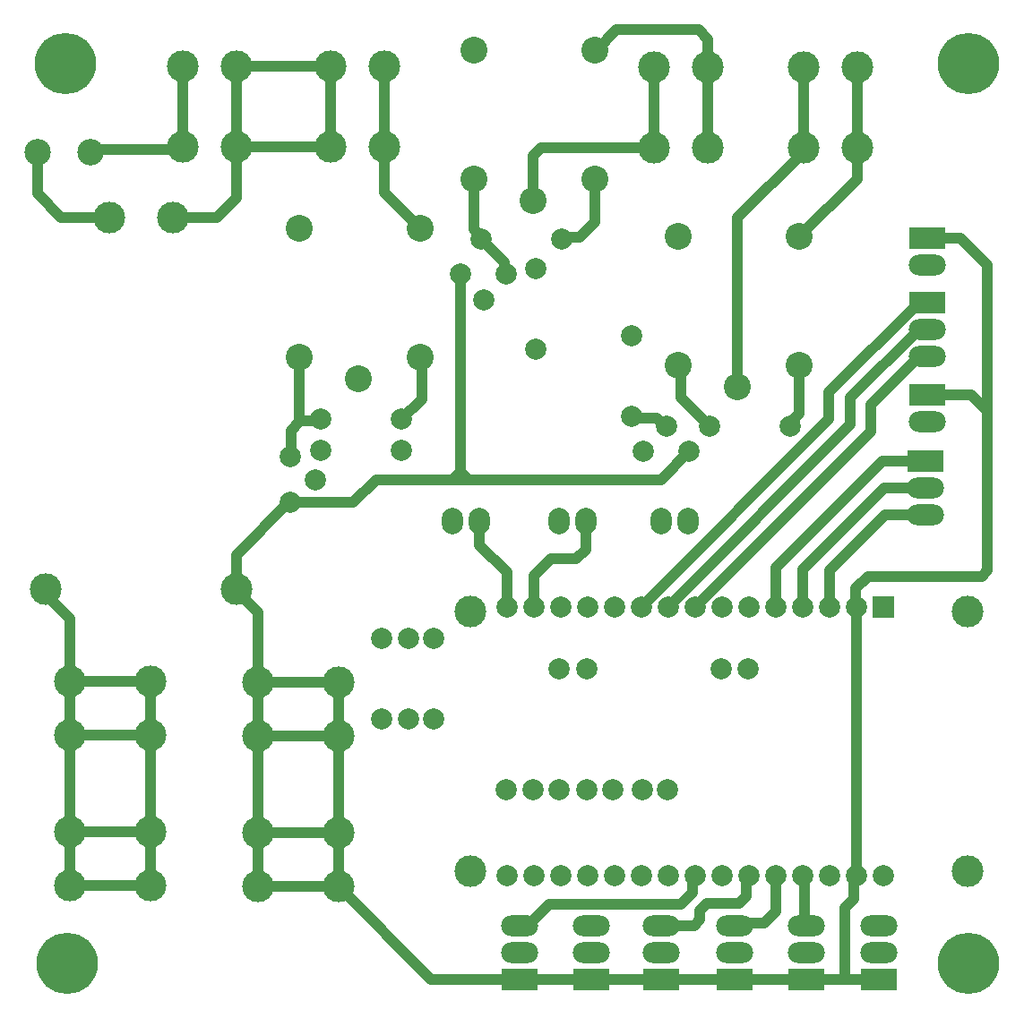
<source format=gbl>
G04*
G04 #@! TF.GenerationSoftware,Altium Limited,Altium Designer,20.0.13 (296)*
G04*
G04 Layer_Physical_Order=2*
G04 Layer_Color=16711680*
%FSLAX25Y25*%
%MOIN*%
G70*
G01*
G75*
%ADD30C,0.03937*%
%ADD31C,0.09843*%
%ADD32C,0.07874*%
%ADD33C,0.11811*%
%ADD34O,0.07874X0.09843*%
%ADD35R,0.07874X0.07874*%
%ADD36C,0.10000*%
%ADD37R,0.13780X0.07874*%
%ADD38O,0.13780X0.07874*%
%ADD39C,0.22835*%
%ADD40C,0.03937*%
D30*
X220747Y324747D02*
X221500Y325500D01*
X213681Y324747D02*
X220747D01*
X213500Y324565D02*
X213681Y324747D01*
X210000Y311500D02*
X210277Y311777D01*
Y321342D01*
X213500Y324565D01*
X189959Y262134D02*
Y275000D01*
X209459Y294500D02*
X210000D01*
X189959Y275000D02*
X209459Y294500D01*
X210000D02*
X233500D01*
X242000Y303000D01*
X270500D01*
X320000Y277000D02*
Y287500D01*
X316500Y273500D02*
X320000Y277000D01*
X307000Y273500D02*
X316500D01*
X300583Y267083D02*
X307000Y273500D01*
X300583Y255500D02*
Y267083D01*
X290583Y255500D02*
Y268417D01*
X280500Y278500D02*
X290583Y268417D01*
X280500Y278500D02*
Y287500D01*
X469500Y328500D02*
Y383000D01*
Y269306D02*
Y328500D01*
X447000Y334500D02*
X463500D01*
X469500Y328500D01*
X447000Y393000D02*
X459500D01*
X469500Y383000D01*
X399500Y327565D02*
Y345500D01*
X396000Y324065D02*
X399500Y327565D01*
X396000Y323000D02*
Y324065D01*
X354500Y345500D02*
X355471Y344529D01*
Y333529D02*
Y344529D01*
Y333529D02*
X366000Y323000D01*
X337000Y326500D02*
X337753Y325747D01*
X346188D01*
X348935Y323000D01*
X350000D01*
X276500Y303000D02*
X348000D01*
X270500D02*
X276500D01*
X273500Y306000D02*
X276500Y303000D01*
X273500Y306000D02*
Y379500D01*
X270500Y303000D02*
X273500Y306000D01*
X348000Y303000D02*
X358500Y313500D01*
X281000Y392500D02*
X289747Y383753D01*
Y380253D02*
Y383753D01*
Y380253D02*
X290500Y379500D01*
X311000Y392500D02*
X311753Y393253D01*
X317753D01*
X323500Y399000D01*
Y415000D01*
X278500Y396065D02*
Y415000D01*
Y396065D02*
X281000Y393565D01*
Y392500D02*
Y393565D01*
X350583Y255500D02*
Y255583D01*
X418500Y323500D01*
Y333453D01*
X444047Y369000D02*
X447000D01*
X410500Y335453D02*
X444047Y369000D01*
X410500Y325417D02*
Y335453D01*
X340583Y255500D02*
X410500Y325417D01*
X418500Y333453D02*
X444047Y359000D01*
X425937Y330890D02*
X444047Y349000D01*
X360583Y255500D02*
X425937Y320854D01*
Y330890D01*
X444047Y359000D02*
X447000D01*
X444047Y349000D02*
X447000D01*
X390583Y255500D02*
Y270083D01*
X430500Y310000D01*
X446500D01*
X400583Y255500D02*
Y269583D01*
X431000Y300000D01*
X446500D01*
X410583Y269083D02*
X431500Y290000D01*
X410583Y255500D02*
Y269083D01*
X431500Y290000D02*
X446500D01*
X228000Y171500D02*
Y207500D01*
X420583Y155500D02*
Y255500D01*
X198000Y171500D02*
X228000D01*
X420500Y255583D02*
Y262500D01*
X425000Y267000D01*
X198000Y227500D02*
X228000D01*
X420500Y255583D02*
X420583Y255500D01*
X425000Y267000D02*
X467194D01*
X469500Y269306D01*
X359829Y154747D02*
X360583Y155500D01*
X359829Y149329D02*
Y154747D01*
X355500Y145000D02*
X359829Y149329D01*
X306453Y145000D02*
X355500D01*
X295500Y137000D02*
X298453D01*
X306453Y145000D01*
X362500Y139250D02*
Y142500D01*
X348000Y137000D02*
X360250D01*
X362500Y139250D01*
Y142500D02*
X365165Y145165D01*
X377165D01*
X379829Y147829D01*
Y154747D02*
X380583Y155500D01*
X379829Y147829D02*
Y154747D01*
X390583Y142083D02*
Y155500D01*
X386253Y137753D02*
X390583Y142083D01*
X375500Y137000D02*
X376253Y137753D01*
X386253D01*
X400583Y155500D02*
X401291Y154791D01*
Y137709D02*
Y154791D01*
Y137709D02*
X402000Y137000D01*
X416500Y117000D02*
X429000D01*
X402000D02*
X416500D01*
Y143500D02*
X419829Y146829D01*
X416500Y117000D02*
Y143500D01*
X419829Y154747D02*
X420583Y155500D01*
X419829Y146829D02*
Y154747D01*
X375500Y117000D02*
X402000D01*
X348000D02*
X375500D01*
X322000D02*
X348000D01*
X295500D02*
X322000D01*
X262500D02*
X295500D01*
X228000Y151500D02*
X262500Y117000D01*
X128000Y152000D02*
X158000D01*
X128000Y172000D02*
X158000D01*
X128000Y208000D02*
X158000D01*
X128000Y228000D02*
X158000D01*
Y208000D02*
Y228000D01*
Y172000D02*
Y208000D01*
Y152000D02*
Y172000D01*
X128000Y228000D02*
Y251325D01*
Y208000D02*
Y228000D01*
Y172000D02*
Y208000D01*
Y152000D02*
Y172000D01*
X119093Y260232D02*
Y262134D01*
Y260232D02*
X128000Y251325D01*
X198000Y151500D02*
X228000D01*
X198000Y207500D02*
X228000D01*
Y227500D01*
Y151500D02*
Y171500D01*
X198000Y227500D02*
Y253472D01*
Y207500D02*
Y227500D01*
Y171500D02*
Y207500D01*
Y151500D02*
Y171500D01*
X189959Y261513D02*
X198000Y253472D01*
X189959Y261513D02*
Y262134D01*
X258500Y348500D02*
X259000Y348000D01*
Y333000D02*
Y348000D01*
X251500Y325500D02*
X259000Y333000D01*
X220435Y325500D02*
X221500D01*
X213500Y324565D02*
Y348500D01*
X365500Y456500D02*
Y467000D01*
Y426500D02*
Y456500D01*
X362000Y470500D02*
X365500Y467000D01*
X331423Y470500D02*
X362000D01*
X323500Y463000D02*
X323923D01*
X331423Y470500D01*
X345500Y426500D02*
Y456500D01*
X303500Y426500D02*
X345500D01*
X300500Y423500D02*
X303500Y426500D01*
X300500Y407000D02*
Y423500D01*
X421000Y426500D02*
Y456500D01*
Y415000D02*
Y426500D01*
X399500Y393500D02*
X421000Y415000D01*
X401000Y425000D02*
Y426500D01*
X376500Y400500D02*
X401000Y425000D01*
X376500Y337500D02*
Y400500D01*
X401000Y426500D02*
Y456500D01*
X245000Y427000D02*
Y457000D01*
Y410000D02*
Y427000D01*
Y410000D02*
X258500Y396500D01*
X190000Y427000D02*
X225000D01*
X190000D02*
Y457000D01*
X225000Y427000D02*
Y457000D01*
X190000D02*
X225000D01*
X190000Y408000D02*
Y427000D01*
X182717Y400716D02*
X190000Y408000D01*
X166337Y400716D02*
X182717D01*
X170000Y427000D02*
Y457000D01*
X135685Y425000D02*
X136685Y426000D01*
X169000D01*
X170000Y427000D01*
X124784Y400716D02*
X142715D01*
X116000Y409500D02*
X124784Y400716D01*
X116000Y409500D02*
Y425000D01*
D31*
D03*
X135685D02*
D03*
D32*
X221500Y314000D02*
D03*
X251500D02*
D03*
X301500Y381500D02*
D03*
Y351500D02*
D03*
X337000Y326500D02*
D03*
Y356500D02*
D03*
X263500Y244000D02*
D03*
Y214000D02*
D03*
X254000Y244000D02*
D03*
Y214000D02*
D03*
X244000Y244000D02*
D03*
Y214000D02*
D03*
X290583Y155500D02*
D03*
X300583D02*
D03*
X310583D02*
D03*
X320583D02*
D03*
X330583D02*
D03*
X340583D02*
D03*
X350583D02*
D03*
X360583D02*
D03*
X370583D02*
D03*
X380583D02*
D03*
X390583D02*
D03*
X400583D02*
D03*
X410583D02*
D03*
X420583D02*
D03*
X430583D02*
D03*
X290583Y255500D02*
D03*
X300583D02*
D03*
X310583D02*
D03*
X320583D02*
D03*
X330583D02*
D03*
X340583D02*
D03*
X350583D02*
D03*
X360583D02*
D03*
X370583D02*
D03*
X380583D02*
D03*
X390583D02*
D03*
X400583D02*
D03*
X410583D02*
D03*
X420583D02*
D03*
X358500Y313500D02*
D03*
X350000Y323000D02*
D03*
X341500Y313500D02*
D03*
X366000Y323000D02*
D03*
X396000D02*
D03*
X281000Y392500D02*
D03*
X311000D02*
D03*
X273500Y379500D02*
D03*
X282000Y370000D02*
D03*
X290500Y379500D02*
D03*
X221500Y325500D02*
D03*
X251500D02*
D03*
X210000Y294500D02*
D03*
X219500Y303000D02*
D03*
X210000Y311500D02*
D03*
X290500Y187500D02*
D03*
X350500D02*
D03*
X341000D02*
D03*
X330000D02*
D03*
X320500D02*
D03*
X310000D02*
D03*
X300500D02*
D03*
X310000Y232500D02*
D03*
X320500D02*
D03*
X380500D02*
D03*
X370500D02*
D03*
D33*
X401000Y426500D02*
D03*
Y456500D02*
D03*
X421000Y426500D02*
D03*
Y456500D02*
D03*
X345500Y426500D02*
D03*
Y456500D02*
D03*
X365500Y426500D02*
D03*
Y456500D02*
D03*
X225000Y427000D02*
D03*
Y457000D02*
D03*
X245000Y427000D02*
D03*
Y457000D02*
D03*
X170000Y427000D02*
D03*
Y457000D02*
D03*
X190000Y427000D02*
D03*
Y457000D02*
D03*
X189959Y262134D02*
D03*
X119093D02*
D03*
X142715Y400716D02*
D03*
X166337D02*
D03*
X461921Y253847D02*
D03*
Y157350D02*
D03*
X277079D02*
D03*
Y253847D02*
D03*
X228000Y207500D02*
D03*
X198000D02*
D03*
X228000Y227500D02*
D03*
X198000D02*
D03*
X158000Y208000D02*
D03*
X128000D02*
D03*
X158000Y228000D02*
D03*
X128000D02*
D03*
X228000Y151500D02*
D03*
X198000D02*
D03*
X228000Y171500D02*
D03*
X198000D02*
D03*
X158000Y152000D02*
D03*
X128000D02*
D03*
X158000Y172000D02*
D03*
X128000D02*
D03*
D34*
X358000Y287500D02*
D03*
X348000D02*
D03*
X320000D02*
D03*
X310000D02*
D03*
X280500D02*
D03*
X270500D02*
D03*
D35*
X430583Y255500D02*
D03*
D36*
X399500Y393500D02*
D03*
X354500D02*
D03*
X376500Y337500D02*
D03*
X399500Y345500D02*
D03*
X354500D02*
D03*
X258500Y396500D02*
D03*
X213500D02*
D03*
X235500Y340500D02*
D03*
X258500Y348500D02*
D03*
X213500D02*
D03*
X323500Y463000D02*
D03*
X278500D02*
D03*
X300500Y407000D02*
D03*
X323500Y415000D02*
D03*
X278500D02*
D03*
D37*
X447000Y393000D02*
D03*
Y334500D02*
D03*
Y369000D02*
D03*
X446500Y310000D02*
D03*
X295500Y117000D02*
D03*
X322000D02*
D03*
X348000D02*
D03*
X375500D02*
D03*
X402000D02*
D03*
X429000D02*
D03*
D38*
X447000Y383000D02*
D03*
Y324500D02*
D03*
Y359000D02*
D03*
Y349000D02*
D03*
X446500Y300000D02*
D03*
Y290000D02*
D03*
X295500Y127000D02*
D03*
Y137000D02*
D03*
X322000Y127000D02*
D03*
Y137000D02*
D03*
X348000Y127000D02*
D03*
Y137000D02*
D03*
X375500Y127000D02*
D03*
Y137000D02*
D03*
X402000Y127000D02*
D03*
Y137000D02*
D03*
X429000Y127000D02*
D03*
Y137000D02*
D03*
D39*
X126500Y458000D02*
D03*
X127000Y123000D02*
D03*
X462500D02*
D03*
Y458000D02*
D03*
D40*
X132624Y451875D02*
D03*
X120376D02*
D03*
X117839Y458000D02*
D03*
X120376Y464124D02*
D03*
X132821Y464223D02*
D03*
X135358Y458098D02*
D03*
X126500Y449339D02*
D03*
Y466661D02*
D03*
X133124Y116876D02*
D03*
X120876D02*
D03*
X118339Y123000D02*
D03*
X120876Y129124D02*
D03*
X133321Y129223D02*
D03*
X135858Y123098D02*
D03*
X127000Y114339D02*
D03*
Y131661D02*
D03*
X468624Y116876D02*
D03*
X456376D02*
D03*
X453839Y123000D02*
D03*
X456376Y129124D02*
D03*
X468821Y129223D02*
D03*
X471358Y123098D02*
D03*
X462500Y114339D02*
D03*
Y131661D02*
D03*
X468624Y451875D02*
D03*
X456376D02*
D03*
X453839Y458000D02*
D03*
X456376Y464124D02*
D03*
X468821Y464223D02*
D03*
X471358Y458098D02*
D03*
X462500Y449339D02*
D03*
Y466661D02*
D03*
M02*

</source>
